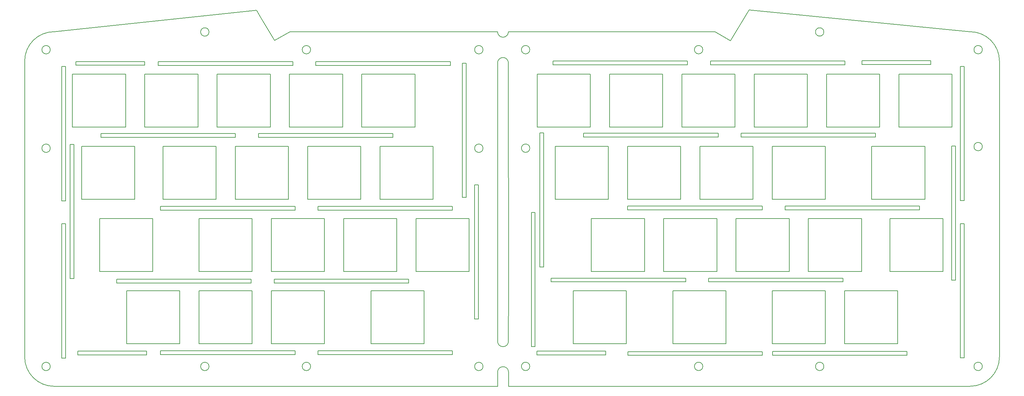
<source format=gbr>
G04 #@! TF.GenerationSoftware,KiCad,Pcbnew,(5.1.6-0-10_14)*
G04 #@! TF.CreationDate,2022-05-03T22:50:14+09:00*
G04 #@! TF.ProjectId,cool939_plate,636f6f6c-3933-4395-9f70-6c6174652e6b,rev?*
G04 #@! TF.SameCoordinates,Original*
G04 #@! TF.FileFunction,Profile,NP*
%FSLAX46Y46*%
G04 Gerber Fmt 4.6, Leading zero omitted, Abs format (unit mm)*
G04 Created by KiCad (PCBNEW (5.1.6-0-10_14)) date 2022-05-03 22:50:14*
%MOMM*%
%LPD*%
G01*
G04 APERTURE LIST*
G04 #@! TA.AperFunction,Profile*
%ADD10C,0.150000*%
G04 #@! TD*
G04 APERTURE END LIST*
D10*
X190360000Y152730000D02*
X225770000Y152730000D01*
X230230000Y152780000D02*
X248350000Y152780000D01*
X148890000Y152730000D02*
X184300000Y152730000D01*
X225770000Y152730000D02*
X225770000Y151730000D01*
X190360000Y151730000D02*
X190360000Y152730000D01*
X230230000Y151780000D02*
X230230000Y152780000D01*
X148890000Y151730000D02*
X148890000Y152730000D01*
X225770000Y151730000D02*
X190360000Y151730000D01*
X248350000Y151780000D02*
X230230000Y151780000D01*
X248350000Y152780000D02*
X248350000Y151780000D01*
X184300000Y151730000D02*
X148890000Y151730000D01*
X184300000Y152730000D02*
X184300000Y151730000D01*
X233840000Y132660000D02*
X198430000Y132660000D01*
X145410000Y133750000D02*
X146410000Y133750000D01*
X156960000Y132660000D02*
X156960000Y133660000D01*
X156960000Y133660000D02*
X192370000Y133660000D01*
X192370000Y133660000D02*
X192370000Y132660000D01*
X192370000Y132660000D02*
X156960000Y132660000D01*
X198430000Y132660000D02*
X198430000Y133660000D01*
X233840000Y133660000D02*
X233840000Y132660000D01*
X198430000Y133660000D02*
X233840000Y133660000D01*
X257130000Y115860000D02*
X256130000Y115860000D01*
X256130000Y151270000D02*
X257130000Y151270000D01*
X257130000Y109800000D02*
X257130000Y74390000D01*
X256130000Y115860000D02*
X256130000Y151270000D01*
X257130000Y151270000D02*
X257130000Y115860000D01*
X256130000Y74390000D02*
X256130000Y109800000D01*
X257130000Y74390000D02*
X256130000Y74390000D01*
X256130000Y109800000D02*
X257130000Y109800000D01*
X254890000Y130300000D02*
X254890000Y94890000D01*
X253890000Y130300000D02*
X254890000Y130300000D01*
X253890000Y94890000D02*
X253890000Y130300000D01*
X254890000Y94890000D02*
X253890000Y94890000D01*
X210030000Y114450000D02*
X245440000Y114450000D01*
X203970000Y114450000D02*
X203970000Y113450000D01*
X203970000Y113450000D02*
X168560000Y113450000D01*
X168560000Y114450000D02*
X203970000Y114450000D01*
X210030000Y113450000D02*
X210030000Y114450000D01*
X245440000Y114450000D02*
X245440000Y113450000D01*
X245440000Y113450000D02*
X210030000Y113450000D01*
X168560000Y113450000D02*
X168560000Y114450000D01*
X143170000Y112780000D02*
X144170000Y112780000D01*
X144670000Y75200000D02*
X144670000Y76200000D01*
X144170000Y77370000D02*
X143170000Y77370000D01*
X146410000Y98340000D02*
X145410000Y98340000D01*
X145410000Y98340000D02*
X145410000Y133750000D01*
X146410000Y133750000D02*
X146410000Y98340000D01*
X144170000Y112780000D02*
X144170000Y77370000D01*
X144670000Y76200000D02*
X162790000Y76200000D01*
X143170000Y77370000D02*
X143170000Y112780000D01*
X189870000Y95430000D02*
X225280000Y95430000D01*
X148400000Y94430000D02*
X148400000Y95430000D01*
X225280000Y94430000D02*
X189870000Y94430000D01*
X148400000Y95430000D02*
X183810000Y95430000D01*
X183810000Y94430000D02*
X148400000Y94430000D01*
X189870000Y94430000D02*
X189870000Y95430000D01*
X183810000Y95430000D02*
X183810000Y94430000D01*
X225280000Y95430000D02*
X225280000Y94430000D01*
X206710000Y75100000D02*
X206710000Y76100000D01*
X242120000Y76100000D02*
X242120000Y75100000D01*
X204010000Y76040000D02*
X204010000Y75040000D01*
X168600000Y75040000D02*
X168600000Y76040000D01*
X206710000Y76100000D02*
X242120000Y76100000D01*
X204010000Y75040000D02*
X168600000Y75040000D01*
X162790000Y76200000D02*
X162790000Y75200000D01*
X168600000Y76040000D02*
X204010000Y76040000D01*
X162790000Y75200000D02*
X144670000Y75200000D01*
X242120000Y75100000D02*
X206710000Y75100000D01*
X125010000Y152130000D02*
X126010000Y152130000D01*
X126010000Y116720000D02*
X125010000Y116720000D01*
X126010000Y152130000D02*
X126010000Y116720000D01*
X125010000Y116720000D02*
X125010000Y152130000D01*
X129220000Y84670000D02*
X128220000Y84670000D01*
X128220000Y120080000D02*
X129220000Y120080000D01*
X129220000Y120080000D02*
X129220000Y84670000D01*
X128220000Y84670000D02*
X128220000Y120080000D01*
X23210000Y151580000D02*
X23210000Y152580000D01*
X121830000Y152540000D02*
X121830000Y151540000D01*
X80360000Y151540000D02*
X44950000Y151540000D01*
X41330000Y152580000D02*
X41330000Y151580000D01*
X41330000Y151580000D02*
X23210000Y151580000D01*
X80360000Y152540000D02*
X80360000Y151540000D01*
X86420000Y151540000D02*
X86420000Y152540000D01*
X44950000Y152540000D02*
X80360000Y152540000D01*
X86420000Y152540000D02*
X121830000Y152540000D01*
X23210000Y152580000D02*
X41330000Y152580000D01*
X44950000Y151540000D02*
X44950000Y152540000D01*
X121830000Y151540000D02*
X86420000Y151540000D01*
X20510000Y109770000D02*
X20510000Y74360000D01*
X19510000Y109770000D02*
X20510000Y109770000D01*
X20510000Y74360000D02*
X19510000Y74360000D01*
X19510000Y115830000D02*
X19510000Y151240000D01*
X20510000Y115830000D02*
X19510000Y115830000D01*
X19510000Y151240000D02*
X20510000Y151240000D01*
X20510000Y151240000D02*
X20510000Y115830000D01*
X19510000Y74360000D02*
X19510000Y109770000D01*
X22750000Y130740000D02*
X22750000Y95330000D01*
X21750000Y130740000D02*
X22750000Y130740000D01*
X21750000Y95330000D02*
X21750000Y130740000D01*
X22750000Y95330000D02*
X21750000Y95330000D01*
X29860000Y132600000D02*
X29860000Y133600000D01*
X71330000Y133600000D02*
X106740000Y133600000D01*
X65270000Y133600000D02*
X65270000Y132600000D01*
X106740000Y133600000D02*
X106740000Y132600000D01*
X65270000Y132600000D02*
X29860000Y132600000D01*
X106740000Y132600000D02*
X71330000Y132600000D01*
X71330000Y132600000D02*
X71330000Y133600000D01*
X29860000Y133600000D02*
X65270000Y133600000D01*
X87010000Y114360000D02*
X122420000Y114360000D01*
X45540000Y114360000D02*
X80950000Y114360000D01*
X122420000Y113360000D02*
X87010000Y113360000D01*
X45540000Y113360000D02*
X45540000Y114360000D01*
X80950000Y114360000D02*
X80950000Y113360000D01*
X122420000Y114360000D02*
X122420000Y113360000D01*
X87010000Y113360000D02*
X87010000Y114360000D01*
X80950000Y113360000D02*
X45540000Y113360000D01*
X69410000Y95130000D02*
X69410000Y94130000D01*
X34000000Y94130000D02*
X34000000Y95130000D01*
X110880000Y94130000D02*
X75470000Y94130000D01*
X75470000Y95130000D02*
X110880000Y95130000D01*
X34000000Y95130000D02*
X69410000Y95130000D01*
X69410000Y94130000D02*
X34000000Y94130000D01*
X75470000Y94130000D02*
X75470000Y95130000D01*
X110880000Y95130000D02*
X110880000Y94130000D01*
X41830000Y75140000D02*
X23710000Y75140000D01*
X80950000Y76230000D02*
X80950000Y75230000D01*
X45540000Y75230000D02*
X45540000Y76230000D01*
X122420000Y75230000D02*
X87010000Y75230000D01*
X45540000Y76230000D02*
X80950000Y76230000D01*
X80950000Y75230000D02*
X45540000Y75230000D01*
X23710000Y76140000D02*
X41830000Y76140000D01*
X23710000Y75140000D02*
X23710000Y76140000D01*
X87010000Y75230000D02*
X87010000Y76230000D01*
X122420000Y76230000D02*
X122420000Y75230000D01*
X41830000Y76140000D02*
X41830000Y75140000D01*
X87010000Y76230000D02*
X122420000Y76230000D01*
X192030000Y97140000D02*
X192030000Y111140000D01*
X220610000Y130190000D02*
X206620000Y130190000D01*
X206620000Y92090000D02*
X206620000Y78090000D01*
X163460000Y116190000D02*
X163460000Y130190000D01*
X168220000Y78090000D02*
X168220000Y92090000D01*
X180420000Y78090000D02*
X194410000Y78090000D01*
X220610000Y92090000D02*
X206620000Y92090000D01*
X182510000Y116190000D02*
X182510000Y130190000D01*
X192030000Y111140000D02*
X178040000Y111140000D01*
X163760000Y135240000D02*
X177750000Y135240000D01*
X168220000Y92090000D02*
X154230000Y92090000D01*
X168520000Y130190000D02*
X168520000Y116190000D01*
X144700000Y135240000D02*
X158690000Y135240000D01*
X158690000Y149240000D02*
X144700000Y149240000D01*
X154230000Y92090000D02*
X154230000Y78090000D01*
X158990000Y97140000D02*
X172980000Y97140000D01*
X253940000Y135240000D02*
X253940000Y149240000D01*
X196790000Y135240000D02*
X196790000Y149240000D01*
X182800000Y149240000D02*
X182800000Y135240000D01*
X201560000Y116190000D02*
X201560000Y130190000D01*
X215840000Y135240000D02*
X215840000Y149240000D01*
X182800000Y135240000D02*
X196790000Y135240000D01*
X216140000Y111140000D02*
X216140000Y97140000D01*
X220900000Y135240000D02*
X234890000Y135240000D01*
X239660000Y78090000D02*
X239660000Y92090000D01*
X196790000Y149240000D02*
X182800000Y149240000D01*
X197090000Y97140000D02*
X211080000Y97140000D01*
X197090000Y111140000D02*
X197090000Y97140000D01*
X211080000Y111140000D02*
X197090000Y111140000D01*
X239950000Y149240000D02*
X239950000Y135240000D01*
X211080000Y97140000D02*
X211080000Y111140000D01*
X239660000Y92090000D02*
X225670000Y92090000D01*
X201850000Y149240000D02*
X201850000Y135240000D01*
X246800000Y130190000D02*
X232810000Y130190000D01*
X201560000Y130190000D02*
X187570000Y130190000D01*
X251560000Y97140000D02*
X251560000Y111140000D01*
X215840000Y149240000D02*
X201850000Y149240000D01*
X251560000Y111140000D02*
X237570000Y111140000D01*
X187570000Y130190000D02*
X187570000Y116190000D01*
X237570000Y97140000D02*
X251560000Y97140000D01*
X225670000Y92090000D02*
X225670000Y78090000D01*
X237570000Y111140000D02*
X237570000Y97140000D01*
X84250000Y116190000D02*
X98240000Y116190000D01*
X79190000Y130190000D02*
X65200000Y130190000D01*
X65200000Y130190000D02*
X65200000Y116190000D01*
X130450000Y155690000D02*
G75*
G03*
X130450000Y155690000I-1100000J0D01*
G01*
X79190000Y116190000D02*
X79190000Y130190000D01*
X130450000Y129700000D02*
G75*
G03*
X130450000Y129700000I-1100000J0D01*
G01*
X79590000Y160450000D02*
X134280000Y160440000D01*
X84250000Y130190000D02*
X84250000Y116190000D01*
X88710000Y92090000D02*
X74720000Y92090000D01*
X70810000Y166080000D02*
X17490000Y160440000D01*
X98240000Y116190000D02*
X98240000Y130190000D01*
X55380000Y135240000D02*
X55380000Y149240000D01*
X41390000Y149240000D02*
X41390000Y135240000D01*
X41390000Y135240000D02*
X55380000Y135240000D01*
X9749897Y74630103D02*
X9749897Y152699897D01*
X134280654Y152199952D02*
X134290000Y150440000D01*
X58290000Y160370000D02*
G75*
G03*
X58290000Y160370000I-1100000J0D01*
G01*
X134290000Y66890000D02*
X17490000Y66890000D01*
X93770000Y111140000D02*
X93770000Y97140000D01*
X117290000Y116190000D02*
X117290000Y130190000D01*
X103300000Y116190000D02*
X117290000Y116190000D01*
X69660000Y111140000D02*
X55670000Y111140000D01*
X55670000Y111140000D02*
X55670000Y97140000D01*
X29480000Y111140000D02*
X29480000Y97140000D01*
X36620000Y92090000D02*
X36620000Y78090000D01*
X24720000Y116190000D02*
X38710000Y116190000D01*
X74420000Y135240000D02*
X74420000Y149240000D01*
X88710000Y111140000D02*
X74720000Y111140000D01*
X88710000Y97140000D02*
X88710000Y111140000D01*
X74720000Y97140000D02*
X88710000Y97140000D01*
X55670000Y78090000D02*
X69660000Y78090000D01*
X114910000Y78090000D02*
X114910000Y92090000D01*
X112820000Y97140000D02*
X126810000Y97140000D01*
X50610000Y92090000D02*
X36620000Y92090000D01*
X60140000Y130190000D02*
X46150000Y130190000D01*
X38710000Y130190000D02*
X24720000Y130190000D01*
X46150000Y130190000D02*
X46150000Y116190000D01*
X36320000Y135240000D02*
X36320000Y149240000D01*
X22330000Y149240000D02*
X22330000Y135240000D01*
X134290000Y92090000D02*
X134290327Y78761090D01*
X130450000Y72130000D02*
G75*
G03*
X130450000Y72130000I-1100000J0D01*
G01*
X85040000Y155690000D02*
G75*
G03*
X85040000Y155690000I-1100000J0D01*
G01*
X55670000Y92090000D02*
X55670000Y78090000D01*
X69660000Y78090000D02*
X69660000Y92090000D01*
X16490000Y129700000D02*
G75*
G03*
X16490000Y129700000I-1100000J0D01*
G01*
X100920000Y78090000D02*
X114910000Y78090000D01*
X55380000Y149240000D02*
X41390000Y149240000D01*
X93480000Y135240000D02*
X93480000Y149240000D01*
X112530000Y149240000D02*
X98540000Y149240000D01*
X79490000Y149240000D02*
X79490000Y135240000D01*
X98540000Y135240000D02*
X112530000Y135240000D01*
X98540000Y149240000D02*
X98540000Y135240000D01*
X46150000Y116190000D02*
X60140000Y116190000D01*
X16490000Y72130000D02*
G75*
G03*
X16490000Y72130000I-1100000J0D01*
G01*
X16490000Y155690000D02*
G75*
G03*
X16490000Y155690000I-1100000J0D01*
G01*
X100920000Y92090000D02*
X100920000Y78090000D01*
X43470000Y97140000D02*
X43470000Y111140000D01*
X29480000Y97140000D02*
X43470000Y97140000D01*
X43470000Y111140000D02*
X29480000Y111140000D01*
X17490000Y66890000D02*
G75*
G02*
X9749897Y74630103I0J7740103D01*
G01*
X60140000Y116190000D02*
X60140000Y130190000D01*
X36620000Y78090000D02*
X50610000Y78090000D01*
X137140471Y160449993D02*
G75*
G02*
X134280000Y160440000I-1430144J-31131D01*
G01*
X134280654Y152199952D02*
G75*
G02*
X137140000Y152200000I1429673J1138D01*
G01*
X137149673Y78761138D02*
G75*
G02*
X134290327Y78761090I-1429673J-1138D01*
G01*
X74720000Y92090000D02*
X74720000Y78090000D01*
X88710000Y78090000D02*
X88710000Y92090000D01*
X71820000Y164340000D02*
X70810000Y166080000D01*
X74720000Y78090000D02*
X88710000Y78090000D01*
X85040000Y72130000D02*
G75*
G03*
X85040000Y72130000I-1100000J0D01*
G01*
X134290000Y66890000D02*
X134290654Y70609952D01*
X134290902Y70609954D02*
G75*
G02*
X137170000Y70650000I1439673J11085D01*
G01*
X71820000Y164340000D02*
X75550000Y158140000D01*
X74720000Y111140000D02*
X74720000Y97140000D01*
X65200000Y116190000D02*
X79190000Y116190000D01*
X69660000Y92090000D02*
X55670000Y92090000D01*
X22330000Y135240000D02*
X36320000Y135240000D01*
X38710000Y116190000D02*
X38710000Y130190000D01*
X24720000Y130190000D02*
X24720000Y116190000D01*
X126810000Y111140000D02*
X112820000Y111140000D01*
X36320000Y149240000D02*
X22330000Y149240000D01*
X126810000Y97140000D02*
X126810000Y111140000D01*
X79490000Y135240000D02*
X93480000Y135240000D01*
X117290000Y130190000D02*
X103300000Y130190000D01*
X98240000Y130190000D02*
X84250000Y130190000D01*
X93480000Y149240000D02*
X79490000Y149240000D01*
X69660000Y97140000D02*
X69660000Y111140000D01*
X50610000Y78090000D02*
X50610000Y92090000D01*
X107760000Y111140000D02*
X93770000Y111140000D01*
X107760000Y97140000D02*
X107760000Y111140000D01*
X114910000Y92090000D02*
X100920000Y92090000D01*
X60430000Y149240000D02*
X60430000Y135240000D01*
X60430000Y135240000D02*
X74420000Y135240000D01*
X74420000Y149240000D02*
X60430000Y149240000D01*
X103300000Y130190000D02*
X103300000Y116190000D01*
X75550000Y158140000D02*
X79590000Y160450000D01*
X134290000Y150440000D02*
X134290000Y92090000D01*
X112820000Y111140000D02*
X112820000Y97140000D01*
X112530000Y135240000D02*
X112530000Y149240000D01*
X9749897Y152699897D02*
G75*
G02*
X17490000Y160440000I7740103J0D01*
G01*
X58290000Y72130000D02*
G75*
G03*
X58290000Y72130000I-1100000J0D01*
G01*
X55670000Y97140000D02*
X69660000Y97140000D01*
X93770000Y97140000D02*
X107760000Y97140000D01*
X200490000Y166219897D02*
X258709897Y160440000D01*
X261940000Y72140000D02*
G75*
G03*
X261940000Y72140000I-1100000J0D01*
G01*
X220210000Y72140000D02*
G75*
G03*
X220210000Y72140000I-1100000J0D01*
G01*
X142770000Y72140000D02*
G75*
G03*
X142770000Y72140000I-1100000J0D01*
G01*
X258709897Y66900000D02*
X137160000Y66900000D01*
X142770000Y155700000D02*
G75*
G03*
X142770000Y155700000I-1100000J0D01*
G01*
X261940000Y155700000D02*
G75*
G03*
X261940000Y155700000I-1100000J0D01*
G01*
X137149673Y78761138D02*
X137160000Y92040000D01*
X137160000Y92040000D02*
X137140000Y152200000D01*
X137140471Y160449993D02*
X191570000Y160439897D01*
X188330000Y155700000D02*
G75*
G03*
X188330000Y155700000I-1100000J0D01*
G01*
X258709897Y160440000D02*
G75*
G02*
X266450000Y152699897I0J-7740103D01*
G01*
X188330000Y72140000D02*
G75*
G03*
X188330000Y72140000I-1100000J0D01*
G01*
X195640000Y158039897D02*
X191570000Y160439897D01*
X266450000Y74640103D02*
G75*
G02*
X258709897Y66900000I-7740103J0D01*
G01*
X142770000Y129710000D02*
G75*
G03*
X142770000Y129710000I-1100000J0D01*
G01*
X220210000Y160380000D02*
G75*
G03*
X220210000Y160380000I-1100000J0D01*
G01*
X137160000Y66900000D02*
X137170000Y70650000D01*
X195640000Y158039897D02*
X200490000Y166219897D01*
X261940000Y130130000D02*
G75*
G03*
X261940000Y130130000I-1100000J0D01*
G01*
X266450000Y152699897D02*
X266450000Y74640103D01*
X232810000Y130190000D02*
X232810000Y116190000D01*
X232810000Y116190000D02*
X246800000Y116190000D01*
X230130000Y111140000D02*
X216140000Y111140000D01*
X168520000Y116190000D02*
X182510000Y116190000D01*
X230130000Y97140000D02*
X230130000Y111140000D01*
X172980000Y111140000D02*
X158990000Y111140000D01*
X206620000Y78090000D02*
X220610000Y78090000D01*
X216140000Y97140000D02*
X230130000Y97140000D01*
X180420000Y92090000D02*
X180420000Y78090000D01*
X220610000Y78090000D02*
X220610000Y92090000D01*
X246800000Y116190000D02*
X246800000Y130190000D01*
X178040000Y97140000D02*
X192030000Y97140000D01*
X163460000Y130190000D02*
X149470000Y130190000D01*
X194410000Y78090000D02*
X194410000Y92090000D01*
X234890000Y149240000D02*
X220900000Y149240000D01*
X178040000Y111140000D02*
X178040000Y97140000D01*
X163760000Y149240000D02*
X163760000Y135240000D01*
X177750000Y135240000D02*
X177750000Y149240000D01*
X206620000Y130190000D02*
X206620000Y116190000D01*
X206620000Y116190000D02*
X220610000Y116190000D01*
X149470000Y130190000D02*
X149470000Y116190000D01*
X172980000Y97140000D02*
X172980000Y111140000D01*
X177750000Y149240000D02*
X163760000Y149240000D01*
X220610000Y116190000D02*
X220610000Y130190000D01*
X234890000Y135240000D02*
X234890000Y149240000D01*
X144700000Y149240000D02*
X144700000Y135240000D01*
X182510000Y130190000D02*
X168520000Y130190000D01*
X154230000Y78090000D02*
X168220000Y78090000D01*
X158990000Y111140000D02*
X158990000Y97140000D01*
X239950000Y135240000D02*
X253940000Y135240000D01*
X253940000Y149240000D02*
X239950000Y149240000D01*
X225670000Y78090000D02*
X239660000Y78090000D01*
X187570000Y116190000D02*
X201560000Y116190000D01*
X201850000Y135240000D02*
X215840000Y135240000D01*
X194410000Y92090000D02*
X180420000Y92090000D01*
X158690000Y135240000D02*
X158690000Y149240000D01*
X149470000Y116190000D02*
X163460000Y116190000D01*
X220900000Y149240000D02*
X220900000Y135240000D01*
M02*

</source>
